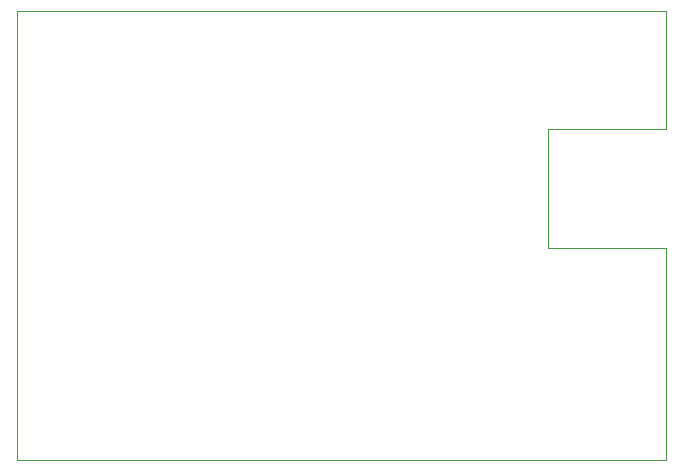
<source format=gbr>
%TF.GenerationSoftware,KiCad,Pcbnew,9.0.1*%
%TF.CreationDate,2025-04-26T14:19:40+02:00*%
%TF.ProjectId,pwr_sply,7077725f-7370-46c7-992e-6b696361645f,rev?*%
%TF.SameCoordinates,Original*%
%TF.FileFunction,Profile,NP*%
%FSLAX46Y46*%
G04 Gerber Fmt 4.6, Leading zero omitted, Abs format (unit mm)*
G04 Created by KiCad (PCBNEW 9.0.1) date 2025-04-26 14:19:40*
%MOMM*%
%LPD*%
G01*
G04 APERTURE LIST*
%TA.AperFunction,Profile*%
%ADD10C,0.100000*%
%TD*%
G04 APERTURE END LIST*
D10*
X105000000Y-80000000D02*
X95000000Y-80000000D01*
X95000000Y-90000000D02*
X105000000Y-90000000D01*
X50000000Y-70000000D02*
X105000000Y-70000000D01*
X50000000Y-108000000D02*
X105000000Y-108000000D01*
X95000000Y-80000000D02*
X95000000Y-90000000D01*
X50000000Y-70000000D02*
X50000000Y-108000000D01*
X105000000Y-70000000D02*
X105000000Y-80000000D01*
X105000000Y-90000000D02*
X105000000Y-108000000D01*
M02*

</source>
